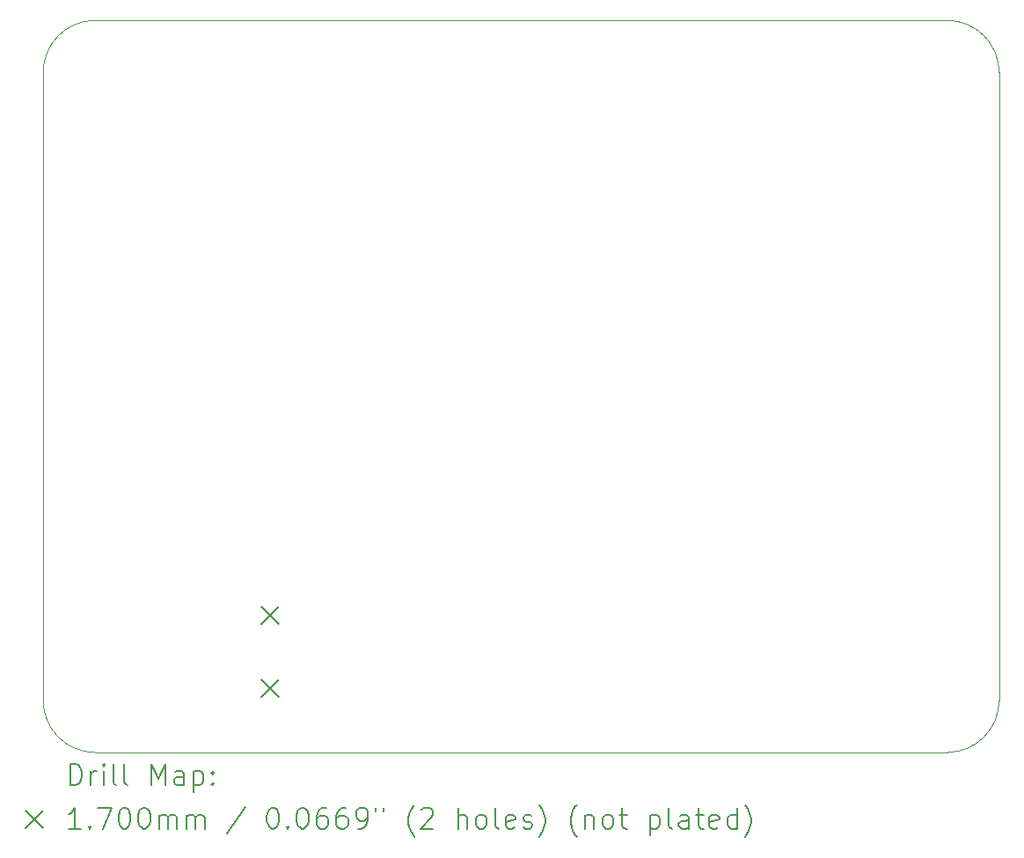
<source format=gbr>
%TF.GenerationSoftware,KiCad,Pcbnew,8.0.5*%
%TF.CreationDate,2024-11-13T13:31:57-05:00*%
%TF.ProjectId,DacAmp,44616341-6d70-42e6-9b69-6361645f7063,rev?*%
%TF.SameCoordinates,Original*%
%TF.FileFunction,Drillmap*%
%TF.FilePolarity,Positive*%
%FSLAX45Y45*%
G04 Gerber Fmt 4.5, Leading zero omitted, Abs format (unit mm)*
G04 Created by KiCad (PCBNEW 8.0.5) date 2024-11-13 13:31:57*
%MOMM*%
%LPD*%
G01*
G04 APERTURE LIST*
%ADD10C,0.050000*%
%ADD11C,0.200000*%
%ADD12C,0.170000*%
G04 APERTURE END LIST*
D10*
X19642240Y-9956240D02*
G75*
G02*
X19142240Y-10456240I-500000J0D01*
G01*
X10442240Y-3906240D02*
G75*
G02*
X10942240Y-3406240I500000J0D01*
G01*
X19642240Y-3906240D02*
X19642240Y-9956240D01*
X10942240Y-3406240D02*
X19142240Y-3406240D01*
X19142240Y-10456240D02*
X10942240Y-10456240D01*
X10942240Y-10456240D02*
G75*
G02*
X10442240Y-9956240I0J500000D01*
G01*
X19142240Y-3406240D02*
G75*
G02*
X19642240Y-3906240I0J-500000D01*
G01*
X10442240Y-9956240D02*
X10442240Y-3906240D01*
D11*
D12*
X12543900Y-9050400D02*
X12713900Y-9220400D01*
X12713900Y-9050400D02*
X12543900Y-9220400D01*
X12543900Y-9750400D02*
X12713900Y-9920400D01*
X12713900Y-9750400D02*
X12543900Y-9920400D01*
D11*
X10700517Y-10770224D02*
X10700517Y-10570224D01*
X10700517Y-10570224D02*
X10748136Y-10570224D01*
X10748136Y-10570224D02*
X10776707Y-10579748D01*
X10776707Y-10579748D02*
X10795755Y-10598795D01*
X10795755Y-10598795D02*
X10805279Y-10617843D01*
X10805279Y-10617843D02*
X10814803Y-10655938D01*
X10814803Y-10655938D02*
X10814803Y-10684510D01*
X10814803Y-10684510D02*
X10805279Y-10722605D01*
X10805279Y-10722605D02*
X10795755Y-10741652D01*
X10795755Y-10741652D02*
X10776707Y-10760700D01*
X10776707Y-10760700D02*
X10748136Y-10770224D01*
X10748136Y-10770224D02*
X10700517Y-10770224D01*
X10900517Y-10770224D02*
X10900517Y-10636890D01*
X10900517Y-10674986D02*
X10910041Y-10655938D01*
X10910041Y-10655938D02*
X10919564Y-10646414D01*
X10919564Y-10646414D02*
X10938612Y-10636890D01*
X10938612Y-10636890D02*
X10957660Y-10636890D01*
X11024326Y-10770224D02*
X11024326Y-10636890D01*
X11024326Y-10570224D02*
X11014803Y-10579748D01*
X11014803Y-10579748D02*
X11024326Y-10589271D01*
X11024326Y-10589271D02*
X11033850Y-10579748D01*
X11033850Y-10579748D02*
X11024326Y-10570224D01*
X11024326Y-10570224D02*
X11024326Y-10589271D01*
X11148136Y-10770224D02*
X11129088Y-10760700D01*
X11129088Y-10760700D02*
X11119564Y-10741652D01*
X11119564Y-10741652D02*
X11119564Y-10570224D01*
X11252898Y-10770224D02*
X11233850Y-10760700D01*
X11233850Y-10760700D02*
X11224326Y-10741652D01*
X11224326Y-10741652D02*
X11224326Y-10570224D01*
X11481469Y-10770224D02*
X11481469Y-10570224D01*
X11481469Y-10570224D02*
X11548136Y-10713081D01*
X11548136Y-10713081D02*
X11614802Y-10570224D01*
X11614802Y-10570224D02*
X11614802Y-10770224D01*
X11795755Y-10770224D02*
X11795755Y-10665462D01*
X11795755Y-10665462D02*
X11786231Y-10646414D01*
X11786231Y-10646414D02*
X11767183Y-10636890D01*
X11767183Y-10636890D02*
X11729088Y-10636890D01*
X11729088Y-10636890D02*
X11710041Y-10646414D01*
X11795755Y-10760700D02*
X11776707Y-10770224D01*
X11776707Y-10770224D02*
X11729088Y-10770224D01*
X11729088Y-10770224D02*
X11710041Y-10760700D01*
X11710041Y-10760700D02*
X11700517Y-10741652D01*
X11700517Y-10741652D02*
X11700517Y-10722605D01*
X11700517Y-10722605D02*
X11710041Y-10703557D01*
X11710041Y-10703557D02*
X11729088Y-10694033D01*
X11729088Y-10694033D02*
X11776707Y-10694033D01*
X11776707Y-10694033D02*
X11795755Y-10684510D01*
X11890993Y-10636890D02*
X11890993Y-10836890D01*
X11890993Y-10646414D02*
X11910041Y-10636890D01*
X11910041Y-10636890D02*
X11948136Y-10636890D01*
X11948136Y-10636890D02*
X11967183Y-10646414D01*
X11967183Y-10646414D02*
X11976707Y-10655938D01*
X11976707Y-10655938D02*
X11986231Y-10674986D01*
X11986231Y-10674986D02*
X11986231Y-10732129D01*
X11986231Y-10732129D02*
X11976707Y-10751176D01*
X11976707Y-10751176D02*
X11967183Y-10760700D01*
X11967183Y-10760700D02*
X11948136Y-10770224D01*
X11948136Y-10770224D02*
X11910041Y-10770224D01*
X11910041Y-10770224D02*
X11890993Y-10760700D01*
X12071945Y-10751176D02*
X12081469Y-10760700D01*
X12081469Y-10760700D02*
X12071945Y-10770224D01*
X12071945Y-10770224D02*
X12062422Y-10760700D01*
X12062422Y-10760700D02*
X12071945Y-10751176D01*
X12071945Y-10751176D02*
X12071945Y-10770224D01*
X12071945Y-10646414D02*
X12081469Y-10655938D01*
X12081469Y-10655938D02*
X12071945Y-10665462D01*
X12071945Y-10665462D02*
X12062422Y-10655938D01*
X12062422Y-10655938D02*
X12071945Y-10646414D01*
X12071945Y-10646414D02*
X12071945Y-10665462D01*
D12*
X10269740Y-11013740D02*
X10439740Y-11183740D01*
X10439740Y-11013740D02*
X10269740Y-11183740D01*
D11*
X10805279Y-11190224D02*
X10690993Y-11190224D01*
X10748136Y-11190224D02*
X10748136Y-10990224D01*
X10748136Y-10990224D02*
X10729088Y-11018795D01*
X10729088Y-11018795D02*
X10710041Y-11037843D01*
X10710041Y-11037843D02*
X10690993Y-11047367D01*
X10890993Y-11171176D02*
X10900517Y-11180700D01*
X10900517Y-11180700D02*
X10890993Y-11190224D01*
X10890993Y-11190224D02*
X10881469Y-11180700D01*
X10881469Y-11180700D02*
X10890993Y-11171176D01*
X10890993Y-11171176D02*
X10890993Y-11190224D01*
X10967184Y-10990224D02*
X11100517Y-10990224D01*
X11100517Y-10990224D02*
X11014803Y-11190224D01*
X11214802Y-10990224D02*
X11233850Y-10990224D01*
X11233850Y-10990224D02*
X11252898Y-10999748D01*
X11252898Y-10999748D02*
X11262422Y-11009271D01*
X11262422Y-11009271D02*
X11271945Y-11028319D01*
X11271945Y-11028319D02*
X11281469Y-11066414D01*
X11281469Y-11066414D02*
X11281469Y-11114033D01*
X11281469Y-11114033D02*
X11271945Y-11152129D01*
X11271945Y-11152129D02*
X11262422Y-11171176D01*
X11262422Y-11171176D02*
X11252898Y-11180700D01*
X11252898Y-11180700D02*
X11233850Y-11190224D01*
X11233850Y-11190224D02*
X11214802Y-11190224D01*
X11214802Y-11190224D02*
X11195755Y-11180700D01*
X11195755Y-11180700D02*
X11186231Y-11171176D01*
X11186231Y-11171176D02*
X11176707Y-11152129D01*
X11176707Y-11152129D02*
X11167184Y-11114033D01*
X11167184Y-11114033D02*
X11167184Y-11066414D01*
X11167184Y-11066414D02*
X11176707Y-11028319D01*
X11176707Y-11028319D02*
X11186231Y-11009271D01*
X11186231Y-11009271D02*
X11195755Y-10999748D01*
X11195755Y-10999748D02*
X11214802Y-10990224D01*
X11405279Y-10990224D02*
X11424326Y-10990224D01*
X11424326Y-10990224D02*
X11443374Y-10999748D01*
X11443374Y-10999748D02*
X11452898Y-11009271D01*
X11452898Y-11009271D02*
X11462422Y-11028319D01*
X11462422Y-11028319D02*
X11471945Y-11066414D01*
X11471945Y-11066414D02*
X11471945Y-11114033D01*
X11471945Y-11114033D02*
X11462422Y-11152129D01*
X11462422Y-11152129D02*
X11452898Y-11171176D01*
X11452898Y-11171176D02*
X11443374Y-11180700D01*
X11443374Y-11180700D02*
X11424326Y-11190224D01*
X11424326Y-11190224D02*
X11405279Y-11190224D01*
X11405279Y-11190224D02*
X11386231Y-11180700D01*
X11386231Y-11180700D02*
X11376707Y-11171176D01*
X11376707Y-11171176D02*
X11367183Y-11152129D01*
X11367183Y-11152129D02*
X11357660Y-11114033D01*
X11357660Y-11114033D02*
X11357660Y-11066414D01*
X11357660Y-11066414D02*
X11367183Y-11028319D01*
X11367183Y-11028319D02*
X11376707Y-11009271D01*
X11376707Y-11009271D02*
X11386231Y-10999748D01*
X11386231Y-10999748D02*
X11405279Y-10990224D01*
X11557660Y-11190224D02*
X11557660Y-11056890D01*
X11557660Y-11075938D02*
X11567183Y-11066414D01*
X11567183Y-11066414D02*
X11586231Y-11056890D01*
X11586231Y-11056890D02*
X11614803Y-11056890D01*
X11614803Y-11056890D02*
X11633850Y-11066414D01*
X11633850Y-11066414D02*
X11643374Y-11085462D01*
X11643374Y-11085462D02*
X11643374Y-11190224D01*
X11643374Y-11085462D02*
X11652898Y-11066414D01*
X11652898Y-11066414D02*
X11671945Y-11056890D01*
X11671945Y-11056890D02*
X11700517Y-11056890D01*
X11700517Y-11056890D02*
X11719564Y-11066414D01*
X11719564Y-11066414D02*
X11729088Y-11085462D01*
X11729088Y-11085462D02*
X11729088Y-11190224D01*
X11824326Y-11190224D02*
X11824326Y-11056890D01*
X11824326Y-11075938D02*
X11833850Y-11066414D01*
X11833850Y-11066414D02*
X11852898Y-11056890D01*
X11852898Y-11056890D02*
X11881469Y-11056890D01*
X11881469Y-11056890D02*
X11900517Y-11066414D01*
X11900517Y-11066414D02*
X11910041Y-11085462D01*
X11910041Y-11085462D02*
X11910041Y-11190224D01*
X11910041Y-11085462D02*
X11919564Y-11066414D01*
X11919564Y-11066414D02*
X11938612Y-11056890D01*
X11938612Y-11056890D02*
X11967183Y-11056890D01*
X11967183Y-11056890D02*
X11986231Y-11066414D01*
X11986231Y-11066414D02*
X11995755Y-11085462D01*
X11995755Y-11085462D02*
X11995755Y-11190224D01*
X12386231Y-10980700D02*
X12214803Y-11237843D01*
X12643374Y-10990224D02*
X12662422Y-10990224D01*
X12662422Y-10990224D02*
X12681469Y-10999748D01*
X12681469Y-10999748D02*
X12690993Y-11009271D01*
X12690993Y-11009271D02*
X12700517Y-11028319D01*
X12700517Y-11028319D02*
X12710041Y-11066414D01*
X12710041Y-11066414D02*
X12710041Y-11114033D01*
X12710041Y-11114033D02*
X12700517Y-11152129D01*
X12700517Y-11152129D02*
X12690993Y-11171176D01*
X12690993Y-11171176D02*
X12681469Y-11180700D01*
X12681469Y-11180700D02*
X12662422Y-11190224D01*
X12662422Y-11190224D02*
X12643374Y-11190224D01*
X12643374Y-11190224D02*
X12624326Y-11180700D01*
X12624326Y-11180700D02*
X12614803Y-11171176D01*
X12614803Y-11171176D02*
X12605279Y-11152129D01*
X12605279Y-11152129D02*
X12595755Y-11114033D01*
X12595755Y-11114033D02*
X12595755Y-11066414D01*
X12595755Y-11066414D02*
X12605279Y-11028319D01*
X12605279Y-11028319D02*
X12614803Y-11009271D01*
X12614803Y-11009271D02*
X12624326Y-10999748D01*
X12624326Y-10999748D02*
X12643374Y-10990224D01*
X12795755Y-11171176D02*
X12805279Y-11180700D01*
X12805279Y-11180700D02*
X12795755Y-11190224D01*
X12795755Y-11190224D02*
X12786231Y-11180700D01*
X12786231Y-11180700D02*
X12795755Y-11171176D01*
X12795755Y-11171176D02*
X12795755Y-11190224D01*
X12929088Y-10990224D02*
X12948136Y-10990224D01*
X12948136Y-10990224D02*
X12967184Y-10999748D01*
X12967184Y-10999748D02*
X12976707Y-11009271D01*
X12976707Y-11009271D02*
X12986231Y-11028319D01*
X12986231Y-11028319D02*
X12995755Y-11066414D01*
X12995755Y-11066414D02*
X12995755Y-11114033D01*
X12995755Y-11114033D02*
X12986231Y-11152129D01*
X12986231Y-11152129D02*
X12976707Y-11171176D01*
X12976707Y-11171176D02*
X12967184Y-11180700D01*
X12967184Y-11180700D02*
X12948136Y-11190224D01*
X12948136Y-11190224D02*
X12929088Y-11190224D01*
X12929088Y-11190224D02*
X12910041Y-11180700D01*
X12910041Y-11180700D02*
X12900517Y-11171176D01*
X12900517Y-11171176D02*
X12890993Y-11152129D01*
X12890993Y-11152129D02*
X12881469Y-11114033D01*
X12881469Y-11114033D02*
X12881469Y-11066414D01*
X12881469Y-11066414D02*
X12890993Y-11028319D01*
X12890993Y-11028319D02*
X12900517Y-11009271D01*
X12900517Y-11009271D02*
X12910041Y-10999748D01*
X12910041Y-10999748D02*
X12929088Y-10990224D01*
X13167184Y-10990224D02*
X13129088Y-10990224D01*
X13129088Y-10990224D02*
X13110041Y-10999748D01*
X13110041Y-10999748D02*
X13100517Y-11009271D01*
X13100517Y-11009271D02*
X13081469Y-11037843D01*
X13081469Y-11037843D02*
X13071946Y-11075938D01*
X13071946Y-11075938D02*
X13071946Y-11152129D01*
X13071946Y-11152129D02*
X13081469Y-11171176D01*
X13081469Y-11171176D02*
X13090993Y-11180700D01*
X13090993Y-11180700D02*
X13110041Y-11190224D01*
X13110041Y-11190224D02*
X13148136Y-11190224D01*
X13148136Y-11190224D02*
X13167184Y-11180700D01*
X13167184Y-11180700D02*
X13176707Y-11171176D01*
X13176707Y-11171176D02*
X13186231Y-11152129D01*
X13186231Y-11152129D02*
X13186231Y-11104510D01*
X13186231Y-11104510D02*
X13176707Y-11085462D01*
X13176707Y-11085462D02*
X13167184Y-11075938D01*
X13167184Y-11075938D02*
X13148136Y-11066414D01*
X13148136Y-11066414D02*
X13110041Y-11066414D01*
X13110041Y-11066414D02*
X13090993Y-11075938D01*
X13090993Y-11075938D02*
X13081469Y-11085462D01*
X13081469Y-11085462D02*
X13071946Y-11104510D01*
X13357660Y-10990224D02*
X13319565Y-10990224D01*
X13319565Y-10990224D02*
X13300517Y-10999748D01*
X13300517Y-10999748D02*
X13290993Y-11009271D01*
X13290993Y-11009271D02*
X13271946Y-11037843D01*
X13271946Y-11037843D02*
X13262422Y-11075938D01*
X13262422Y-11075938D02*
X13262422Y-11152129D01*
X13262422Y-11152129D02*
X13271946Y-11171176D01*
X13271946Y-11171176D02*
X13281469Y-11180700D01*
X13281469Y-11180700D02*
X13300517Y-11190224D01*
X13300517Y-11190224D02*
X13338612Y-11190224D01*
X13338612Y-11190224D02*
X13357660Y-11180700D01*
X13357660Y-11180700D02*
X13367184Y-11171176D01*
X13367184Y-11171176D02*
X13376707Y-11152129D01*
X13376707Y-11152129D02*
X13376707Y-11104510D01*
X13376707Y-11104510D02*
X13367184Y-11085462D01*
X13367184Y-11085462D02*
X13357660Y-11075938D01*
X13357660Y-11075938D02*
X13338612Y-11066414D01*
X13338612Y-11066414D02*
X13300517Y-11066414D01*
X13300517Y-11066414D02*
X13281469Y-11075938D01*
X13281469Y-11075938D02*
X13271946Y-11085462D01*
X13271946Y-11085462D02*
X13262422Y-11104510D01*
X13471946Y-11190224D02*
X13510041Y-11190224D01*
X13510041Y-11190224D02*
X13529088Y-11180700D01*
X13529088Y-11180700D02*
X13538612Y-11171176D01*
X13538612Y-11171176D02*
X13557660Y-11142605D01*
X13557660Y-11142605D02*
X13567184Y-11104510D01*
X13567184Y-11104510D02*
X13567184Y-11028319D01*
X13567184Y-11028319D02*
X13557660Y-11009271D01*
X13557660Y-11009271D02*
X13548136Y-10999748D01*
X13548136Y-10999748D02*
X13529088Y-10990224D01*
X13529088Y-10990224D02*
X13490993Y-10990224D01*
X13490993Y-10990224D02*
X13471946Y-10999748D01*
X13471946Y-10999748D02*
X13462422Y-11009271D01*
X13462422Y-11009271D02*
X13452898Y-11028319D01*
X13452898Y-11028319D02*
X13452898Y-11075938D01*
X13452898Y-11075938D02*
X13462422Y-11094986D01*
X13462422Y-11094986D02*
X13471946Y-11104510D01*
X13471946Y-11104510D02*
X13490993Y-11114033D01*
X13490993Y-11114033D02*
X13529088Y-11114033D01*
X13529088Y-11114033D02*
X13548136Y-11104510D01*
X13548136Y-11104510D02*
X13557660Y-11094986D01*
X13557660Y-11094986D02*
X13567184Y-11075938D01*
X13643374Y-10990224D02*
X13643374Y-11028319D01*
X13719565Y-10990224D02*
X13719565Y-11028319D01*
X14014803Y-11266414D02*
X14005279Y-11256890D01*
X14005279Y-11256890D02*
X13986231Y-11228319D01*
X13986231Y-11228319D02*
X13976708Y-11209271D01*
X13976708Y-11209271D02*
X13967184Y-11180700D01*
X13967184Y-11180700D02*
X13957660Y-11133081D01*
X13957660Y-11133081D02*
X13957660Y-11094986D01*
X13957660Y-11094986D02*
X13967184Y-11047367D01*
X13967184Y-11047367D02*
X13976708Y-11018795D01*
X13976708Y-11018795D02*
X13986231Y-10999748D01*
X13986231Y-10999748D02*
X14005279Y-10971176D01*
X14005279Y-10971176D02*
X14014803Y-10961652D01*
X14081469Y-11009271D02*
X14090993Y-10999748D01*
X14090993Y-10999748D02*
X14110041Y-10990224D01*
X14110041Y-10990224D02*
X14157660Y-10990224D01*
X14157660Y-10990224D02*
X14176708Y-10999748D01*
X14176708Y-10999748D02*
X14186231Y-11009271D01*
X14186231Y-11009271D02*
X14195755Y-11028319D01*
X14195755Y-11028319D02*
X14195755Y-11047367D01*
X14195755Y-11047367D02*
X14186231Y-11075938D01*
X14186231Y-11075938D02*
X14071946Y-11190224D01*
X14071946Y-11190224D02*
X14195755Y-11190224D01*
X14433850Y-11190224D02*
X14433850Y-10990224D01*
X14519565Y-11190224D02*
X14519565Y-11085462D01*
X14519565Y-11085462D02*
X14510041Y-11066414D01*
X14510041Y-11066414D02*
X14490993Y-11056890D01*
X14490993Y-11056890D02*
X14462422Y-11056890D01*
X14462422Y-11056890D02*
X14443374Y-11066414D01*
X14443374Y-11066414D02*
X14433850Y-11075938D01*
X14643374Y-11190224D02*
X14624327Y-11180700D01*
X14624327Y-11180700D02*
X14614803Y-11171176D01*
X14614803Y-11171176D02*
X14605279Y-11152129D01*
X14605279Y-11152129D02*
X14605279Y-11094986D01*
X14605279Y-11094986D02*
X14614803Y-11075938D01*
X14614803Y-11075938D02*
X14624327Y-11066414D01*
X14624327Y-11066414D02*
X14643374Y-11056890D01*
X14643374Y-11056890D02*
X14671946Y-11056890D01*
X14671946Y-11056890D02*
X14690993Y-11066414D01*
X14690993Y-11066414D02*
X14700517Y-11075938D01*
X14700517Y-11075938D02*
X14710041Y-11094986D01*
X14710041Y-11094986D02*
X14710041Y-11152129D01*
X14710041Y-11152129D02*
X14700517Y-11171176D01*
X14700517Y-11171176D02*
X14690993Y-11180700D01*
X14690993Y-11180700D02*
X14671946Y-11190224D01*
X14671946Y-11190224D02*
X14643374Y-11190224D01*
X14824327Y-11190224D02*
X14805279Y-11180700D01*
X14805279Y-11180700D02*
X14795755Y-11161652D01*
X14795755Y-11161652D02*
X14795755Y-10990224D01*
X14976708Y-11180700D02*
X14957660Y-11190224D01*
X14957660Y-11190224D02*
X14919565Y-11190224D01*
X14919565Y-11190224D02*
X14900517Y-11180700D01*
X14900517Y-11180700D02*
X14890993Y-11161652D01*
X14890993Y-11161652D02*
X14890993Y-11085462D01*
X14890993Y-11085462D02*
X14900517Y-11066414D01*
X14900517Y-11066414D02*
X14919565Y-11056890D01*
X14919565Y-11056890D02*
X14957660Y-11056890D01*
X14957660Y-11056890D02*
X14976708Y-11066414D01*
X14976708Y-11066414D02*
X14986231Y-11085462D01*
X14986231Y-11085462D02*
X14986231Y-11104510D01*
X14986231Y-11104510D02*
X14890993Y-11123557D01*
X15062422Y-11180700D02*
X15081470Y-11190224D01*
X15081470Y-11190224D02*
X15119565Y-11190224D01*
X15119565Y-11190224D02*
X15138612Y-11180700D01*
X15138612Y-11180700D02*
X15148136Y-11161652D01*
X15148136Y-11161652D02*
X15148136Y-11152129D01*
X15148136Y-11152129D02*
X15138612Y-11133081D01*
X15138612Y-11133081D02*
X15119565Y-11123557D01*
X15119565Y-11123557D02*
X15090993Y-11123557D01*
X15090993Y-11123557D02*
X15071946Y-11114033D01*
X15071946Y-11114033D02*
X15062422Y-11094986D01*
X15062422Y-11094986D02*
X15062422Y-11085462D01*
X15062422Y-11085462D02*
X15071946Y-11066414D01*
X15071946Y-11066414D02*
X15090993Y-11056890D01*
X15090993Y-11056890D02*
X15119565Y-11056890D01*
X15119565Y-11056890D02*
X15138612Y-11066414D01*
X15214803Y-11266414D02*
X15224327Y-11256890D01*
X15224327Y-11256890D02*
X15243374Y-11228319D01*
X15243374Y-11228319D02*
X15252898Y-11209271D01*
X15252898Y-11209271D02*
X15262422Y-11180700D01*
X15262422Y-11180700D02*
X15271946Y-11133081D01*
X15271946Y-11133081D02*
X15271946Y-11094986D01*
X15271946Y-11094986D02*
X15262422Y-11047367D01*
X15262422Y-11047367D02*
X15252898Y-11018795D01*
X15252898Y-11018795D02*
X15243374Y-10999748D01*
X15243374Y-10999748D02*
X15224327Y-10971176D01*
X15224327Y-10971176D02*
X15214803Y-10961652D01*
X15576708Y-11266414D02*
X15567184Y-11256890D01*
X15567184Y-11256890D02*
X15548136Y-11228319D01*
X15548136Y-11228319D02*
X15538612Y-11209271D01*
X15538612Y-11209271D02*
X15529089Y-11180700D01*
X15529089Y-11180700D02*
X15519565Y-11133081D01*
X15519565Y-11133081D02*
X15519565Y-11094986D01*
X15519565Y-11094986D02*
X15529089Y-11047367D01*
X15529089Y-11047367D02*
X15538612Y-11018795D01*
X15538612Y-11018795D02*
X15548136Y-10999748D01*
X15548136Y-10999748D02*
X15567184Y-10971176D01*
X15567184Y-10971176D02*
X15576708Y-10961652D01*
X15652898Y-11056890D02*
X15652898Y-11190224D01*
X15652898Y-11075938D02*
X15662422Y-11066414D01*
X15662422Y-11066414D02*
X15681470Y-11056890D01*
X15681470Y-11056890D02*
X15710041Y-11056890D01*
X15710041Y-11056890D02*
X15729089Y-11066414D01*
X15729089Y-11066414D02*
X15738612Y-11085462D01*
X15738612Y-11085462D02*
X15738612Y-11190224D01*
X15862422Y-11190224D02*
X15843374Y-11180700D01*
X15843374Y-11180700D02*
X15833851Y-11171176D01*
X15833851Y-11171176D02*
X15824327Y-11152129D01*
X15824327Y-11152129D02*
X15824327Y-11094986D01*
X15824327Y-11094986D02*
X15833851Y-11075938D01*
X15833851Y-11075938D02*
X15843374Y-11066414D01*
X15843374Y-11066414D02*
X15862422Y-11056890D01*
X15862422Y-11056890D02*
X15890993Y-11056890D01*
X15890993Y-11056890D02*
X15910041Y-11066414D01*
X15910041Y-11066414D02*
X15919565Y-11075938D01*
X15919565Y-11075938D02*
X15929089Y-11094986D01*
X15929089Y-11094986D02*
X15929089Y-11152129D01*
X15929089Y-11152129D02*
X15919565Y-11171176D01*
X15919565Y-11171176D02*
X15910041Y-11180700D01*
X15910041Y-11180700D02*
X15890993Y-11190224D01*
X15890993Y-11190224D02*
X15862422Y-11190224D01*
X15986232Y-11056890D02*
X16062422Y-11056890D01*
X16014803Y-10990224D02*
X16014803Y-11161652D01*
X16014803Y-11161652D02*
X16024327Y-11180700D01*
X16024327Y-11180700D02*
X16043374Y-11190224D01*
X16043374Y-11190224D02*
X16062422Y-11190224D01*
X16281470Y-11056890D02*
X16281470Y-11256890D01*
X16281470Y-11066414D02*
X16300517Y-11056890D01*
X16300517Y-11056890D02*
X16338613Y-11056890D01*
X16338613Y-11056890D02*
X16357660Y-11066414D01*
X16357660Y-11066414D02*
X16367184Y-11075938D01*
X16367184Y-11075938D02*
X16376708Y-11094986D01*
X16376708Y-11094986D02*
X16376708Y-11152129D01*
X16376708Y-11152129D02*
X16367184Y-11171176D01*
X16367184Y-11171176D02*
X16357660Y-11180700D01*
X16357660Y-11180700D02*
X16338613Y-11190224D01*
X16338613Y-11190224D02*
X16300517Y-11190224D01*
X16300517Y-11190224D02*
X16281470Y-11180700D01*
X16490993Y-11190224D02*
X16471946Y-11180700D01*
X16471946Y-11180700D02*
X16462422Y-11161652D01*
X16462422Y-11161652D02*
X16462422Y-10990224D01*
X16652898Y-11190224D02*
X16652898Y-11085462D01*
X16652898Y-11085462D02*
X16643374Y-11066414D01*
X16643374Y-11066414D02*
X16624327Y-11056890D01*
X16624327Y-11056890D02*
X16586232Y-11056890D01*
X16586232Y-11056890D02*
X16567184Y-11066414D01*
X16652898Y-11180700D02*
X16633851Y-11190224D01*
X16633851Y-11190224D02*
X16586232Y-11190224D01*
X16586232Y-11190224D02*
X16567184Y-11180700D01*
X16567184Y-11180700D02*
X16557660Y-11161652D01*
X16557660Y-11161652D02*
X16557660Y-11142605D01*
X16557660Y-11142605D02*
X16567184Y-11123557D01*
X16567184Y-11123557D02*
X16586232Y-11114033D01*
X16586232Y-11114033D02*
X16633851Y-11114033D01*
X16633851Y-11114033D02*
X16652898Y-11104510D01*
X16719565Y-11056890D02*
X16795755Y-11056890D01*
X16748136Y-10990224D02*
X16748136Y-11161652D01*
X16748136Y-11161652D02*
X16757660Y-11180700D01*
X16757660Y-11180700D02*
X16776708Y-11190224D01*
X16776708Y-11190224D02*
X16795755Y-11190224D01*
X16938613Y-11180700D02*
X16919565Y-11190224D01*
X16919565Y-11190224D02*
X16881470Y-11190224D01*
X16881470Y-11190224D02*
X16862422Y-11180700D01*
X16862422Y-11180700D02*
X16852898Y-11161652D01*
X16852898Y-11161652D02*
X16852898Y-11085462D01*
X16852898Y-11085462D02*
X16862422Y-11066414D01*
X16862422Y-11066414D02*
X16881470Y-11056890D01*
X16881470Y-11056890D02*
X16919565Y-11056890D01*
X16919565Y-11056890D02*
X16938613Y-11066414D01*
X16938613Y-11066414D02*
X16948136Y-11085462D01*
X16948136Y-11085462D02*
X16948136Y-11104510D01*
X16948136Y-11104510D02*
X16852898Y-11123557D01*
X17119565Y-11190224D02*
X17119565Y-10990224D01*
X17119565Y-11180700D02*
X17100517Y-11190224D01*
X17100517Y-11190224D02*
X17062422Y-11190224D01*
X17062422Y-11190224D02*
X17043375Y-11180700D01*
X17043375Y-11180700D02*
X17033851Y-11171176D01*
X17033851Y-11171176D02*
X17024327Y-11152129D01*
X17024327Y-11152129D02*
X17024327Y-11094986D01*
X17024327Y-11094986D02*
X17033851Y-11075938D01*
X17033851Y-11075938D02*
X17043375Y-11066414D01*
X17043375Y-11066414D02*
X17062422Y-11056890D01*
X17062422Y-11056890D02*
X17100517Y-11056890D01*
X17100517Y-11056890D02*
X17119565Y-11066414D01*
X17195756Y-11266414D02*
X17205279Y-11256890D01*
X17205279Y-11256890D02*
X17224327Y-11228319D01*
X17224327Y-11228319D02*
X17233851Y-11209271D01*
X17233851Y-11209271D02*
X17243375Y-11180700D01*
X17243375Y-11180700D02*
X17252898Y-11133081D01*
X17252898Y-11133081D02*
X17252898Y-11094986D01*
X17252898Y-11094986D02*
X17243375Y-11047367D01*
X17243375Y-11047367D02*
X17233851Y-11018795D01*
X17233851Y-11018795D02*
X17224327Y-10999748D01*
X17224327Y-10999748D02*
X17205279Y-10971176D01*
X17205279Y-10971176D02*
X17195756Y-10961652D01*
M02*

</source>
